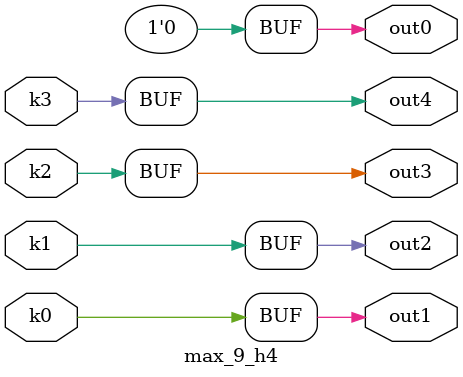
<source format=v>
module max_9(pi00, pi01, pi02, pi03, pi04, pi05, pi06, pi07, pi08, pi09, po0, po1, po2, po3, po4);
input pi00, pi01, pi02, pi03, pi04, pi05, pi06, pi07, pi08, pi09;
output po0, po1, po2, po3, po4;
wire k0, k1, k2, k3;
max_9_w4 DUT1 (pi00, pi01, pi02, pi03, pi04, pi05, pi06, pi07, pi08, pi09, k0, k1, k2, k3);
max_9_h4 DUT2 (k0, k1, k2, k3, po0, po1, po2, po3, po4);
endmodule

module max_9_w4(in9, in8, in7, in6, in5, in4, in3, in2, in1, in0, k3, k2, k1, k0);
input in9, in8, in7, in6, in5, in4, in3, in2, in1, in0;
output k3, k2, k1, k0;
assign k0 =   in0 ? ~in9 : ~in5;
assign k1 =   in0 ? ~in7 : ~in3;
assign k2 =   in0 ? ~in6 : ~in2;
assign k3 =   (((in9 & (~in5 | ~in1)) | (~in5 & ~in1)) & (in6 | ~in2) & (in7 | ~in3) & (in8 | ~in4)) | ((in6 | ~in2) & ((in8 & ~in4 & (in7 | ~in3)) | (in7 & ~in3))) | (in6 & ~in2);
endmodule

module max_9_h4(k3, k2, k1, k0, out4, out3, out2, out1, out0);
input k3, k2, k1, k0;
output out4, out3, out2, out1, out0;
assign out0 = 0;
assign out1 = k0;
assign out2 = k1;
assign out3 = k2;
assign out4 = k3;
endmodule

</source>
